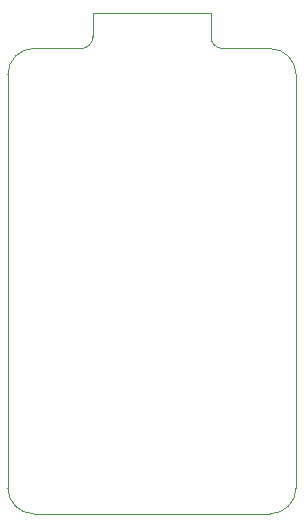
<source format=gbr>
G04*
G04 #@! TF.GenerationSoftware,Altium Limited,Altium Designer,24.8.2 (39)*
G04*
G04 Layer_Color=16711935*
%FSLAX25Y25*%
%MOIN*%
G70*
G04*
G04 #@! TF.SameCoordinates,F5A21F31-771D-4283-B627-84B0D88358AA*
G04*
G04*
G04 #@! TF.FilePolarity,Positive*
G04*
G01*
G75*
%ADD73C,0.00394*%
D73*
X70866Y162205D02*
G03*
X74803Y158268I3937J0D01*
G01*
X27559D02*
G03*
X31496Y162205I0J3937D01*
G01*
X99213Y149606D02*
G03*
X90551Y158268I-8661J0D01*
G01*
Y3150D02*
G03*
X99213Y11811I0J8661D01*
G01*
X3150Y11811D02*
G03*
X11811Y3150I8661J0D01*
G01*
Y158268D02*
G03*
X3150Y149606I0J-8661D01*
G01*
X74803Y158268D02*
X90551D01*
X70866Y162205D02*
Y170079D01*
X31496D02*
X70866D01*
X31496Y162205D02*
Y170079D01*
X11811Y158268D02*
X27559D01*
X99213Y11811D02*
Y149606D01*
X11811Y3150D02*
X90551D01*
X3150Y11811D02*
Y149606D01*
M02*

</source>
